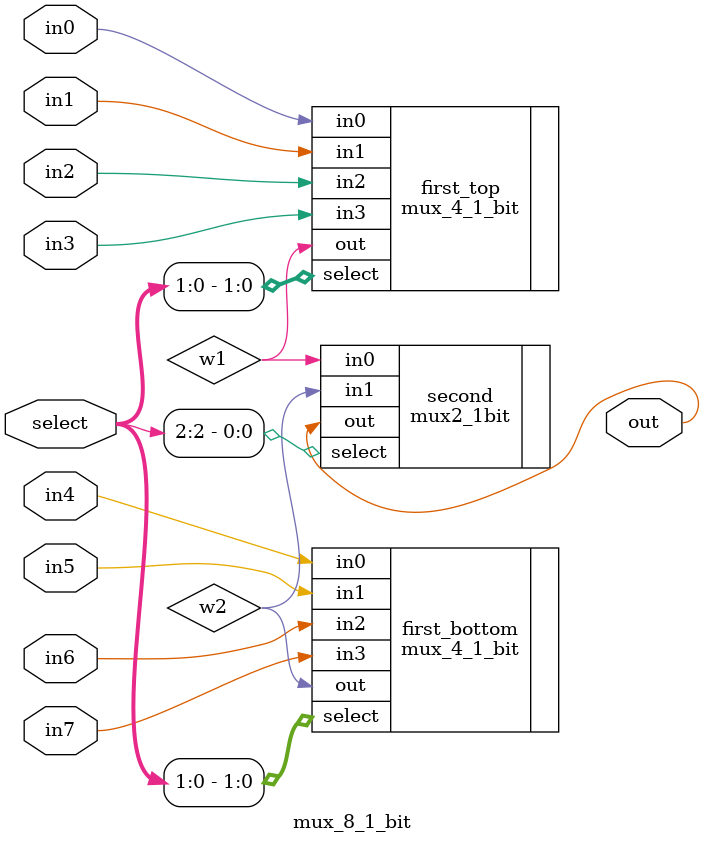
<source format=v>
module mux_8_1_bit(select, in0, in1, in2, in3,in4,in5,in6,in7, out);
input [2:0] select;
input in0, in1, in2, in3, in4,in5,in6,in7;
output out;
wire w1, w2;
mux_4_1_bit first_top(.select(select[1:0]), .in0(in0), .in1(in1),.in2(in2), .in3(in3), .out(w1));
mux_4_1_bit first_bottom(.select(select[1:0]), .in0(in4), .in1(in5),.in2(in6), .in3(in7), .out(w2));
mux2_1bit second(.select(select[2]), .in0(w1), .in1(w2), .out(out));
endmodule
</source>
